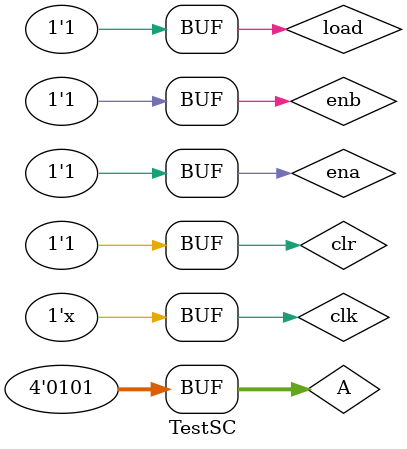
<source format=v>
module TestSC();
reg [3:0] A;
reg clk,clr,load,ena,enb;
wire [3:0] Q;

syncCounter sc(A,clk,clr,load,ena,enb,Q);

initial begin
clk=0;
A=4'b0000;
clr=1;
load=1;
ena=1;
enb=1;
#2 load=0;
#2 load=1; 
#101 clr=0; load=0;
#6 load=1; A=4'b0101;
#9 clr=1; load=0;
#3 load=1;
#13 ena=0;
#6 ena=1;
end

always #2 clk=~clk;

endmodule


</source>
